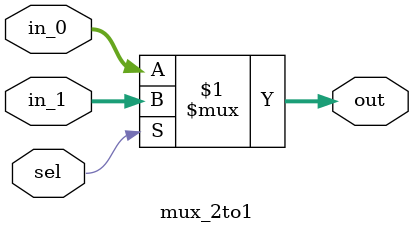
<source format=v>
module mux_2to1 (
	input [31:0] in_0, in_1,
	input sel,
	output [31:0] out
);
	assign out = (sel) ? in_1 : in_0;
endmodule


</source>
